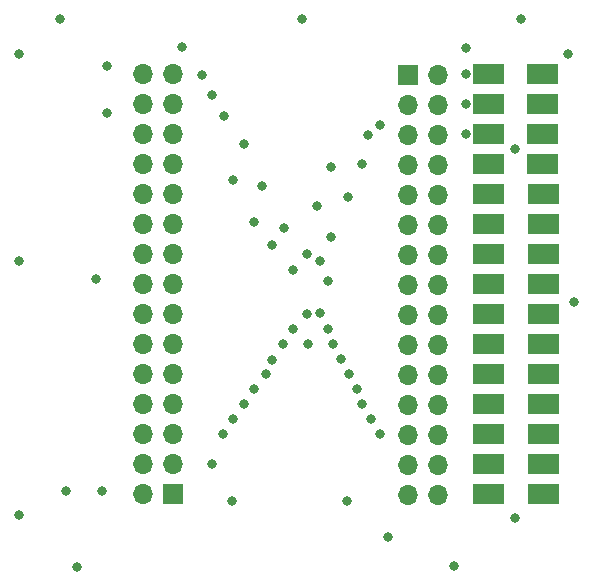
<source format=gts>
G04 #@! TF.GenerationSoftware,KiCad,Pcbnew,7.0.10*
G04 #@! TF.CreationDate,2024-03-20T06:36:53+09:00*
G04 #@! TF.ProjectId,m5stack_base,6d357374-6163-46b5-9f62-6173652e6b69,rev?*
G04 #@! TF.SameCoordinates,Original*
G04 #@! TF.FileFunction,Soldermask,Top*
G04 #@! TF.FilePolarity,Negative*
%FSLAX46Y46*%
G04 Gerber Fmt 4.6, Leading zero omitted, Abs format (unit mm)*
G04 Created by KiCad (PCBNEW 7.0.10) date 2024-03-20 06:36:53*
%MOMM*%
%LPD*%
G01*
G04 APERTURE LIST*
G04 Aperture macros list*
%AMFreePoly0*
4,1,5,1.750000,-0.850000,-0.850000,-0.850000,-0.850000,0.850000,1.750000,0.850000,1.750000,-0.850000,1.750000,-0.850000,$1*%
G04 Aperture macros list end*
%ADD10R,1.700000X1.700000*%
%ADD11O,1.700000X1.700000*%
%ADD12FreePoly0,0.000000*%
%ADD13C,0.800000*%
G04 APERTURE END LIST*
D10*
X115040000Y-92758000D03*
D11*
X112500000Y-92758000D03*
X115040000Y-90218000D03*
X112500000Y-90218000D03*
X115040000Y-87678000D03*
X112500000Y-87678000D03*
X115040000Y-85138000D03*
X112500000Y-85138000D03*
X115040000Y-82598000D03*
X112500000Y-82598000D03*
X115040000Y-80058000D03*
X112500000Y-80058000D03*
X115040000Y-77518000D03*
X112500000Y-77518000D03*
X115040000Y-74978000D03*
X112500000Y-74978000D03*
X115040000Y-72438000D03*
X112500000Y-72438000D03*
X115040000Y-69898000D03*
X112500000Y-69898000D03*
X115040000Y-67358000D03*
X112500000Y-67358000D03*
X115040000Y-64818000D03*
X112500000Y-64818000D03*
X115040000Y-62278000D03*
X112500000Y-62278000D03*
X115040000Y-59738000D03*
X112500000Y-59738000D03*
X115040000Y-57198000D03*
X112500000Y-57198000D03*
D10*
X134960000Y-57218000D03*
D11*
X137500000Y-57218000D03*
X134960000Y-59758000D03*
X137500000Y-59758000D03*
X134960000Y-62298000D03*
X137500000Y-62298000D03*
X134960000Y-64838000D03*
X137500000Y-64838000D03*
X134960000Y-67378000D03*
X137500000Y-67378000D03*
X134960000Y-69918000D03*
X137500000Y-69918000D03*
X134960000Y-72458000D03*
X137500000Y-72458000D03*
X134960000Y-74998000D03*
X137500000Y-74998000D03*
X134960000Y-77538000D03*
X137500000Y-77538000D03*
X134960000Y-80078000D03*
X137500000Y-80078000D03*
X134960000Y-82618000D03*
X137500000Y-82618000D03*
X134960000Y-85158000D03*
X137500000Y-85158000D03*
X134960000Y-87698000D03*
X137500000Y-87698000D03*
X134960000Y-90238000D03*
X137500000Y-90238000D03*
X134960000Y-92778000D03*
X137500000Y-92778000D03*
D12*
X141310000Y-57182000D03*
X141310000Y-59730000D03*
X141310000Y-62280000D03*
X141310000Y-64820000D03*
X141314000Y-67360000D03*
X141314000Y-69900000D03*
X141314000Y-72443600D03*
X141314000Y-74980000D03*
X141314000Y-77520000D03*
X141314000Y-80060000D03*
X141314000Y-82600000D03*
X141314000Y-85140000D03*
X141314000Y-87680000D03*
X141314000Y-90220000D03*
X141314000Y-92760000D03*
X145914000Y-92758000D03*
X145914000Y-90218000D03*
X145914000Y-87678000D03*
X145914000Y-85138000D03*
X145914000Y-82598000D03*
X145914000Y-80058000D03*
X145914000Y-77518000D03*
X145914000Y-74978000D03*
X145914000Y-72441600D03*
X145914000Y-69898000D03*
X145914000Y-67358000D03*
X145910000Y-64818000D03*
X145910000Y-62278000D03*
X145910000Y-59728000D03*
X145910000Y-57180000D03*
D13*
X133223000Y-96393000D03*
X115824000Y-54864000D03*
X144018000Y-94742000D03*
X117475000Y-57277000D03*
X139827000Y-57150000D03*
X129794000Y-93345000D03*
X108500000Y-74500000D03*
X138811000Y-98806000D03*
X144500000Y-52500000D03*
X148500000Y-55500000D03*
X102000000Y-73000000D03*
X102000000Y-55500000D03*
X109500000Y-56500000D03*
X102000000Y-94500000D03*
X105500000Y-52500000D03*
X139827000Y-54991000D03*
X106934000Y-98933000D03*
X149000000Y-76500000D03*
X126000000Y-52500000D03*
X109500000Y-60500000D03*
X120015000Y-93345000D03*
X106000000Y-92500000D03*
X109000000Y-92500000D03*
X126500000Y-80000000D03*
X144000000Y-63500000D03*
X118364000Y-58928000D03*
X139827000Y-59690000D03*
X118364000Y-90217998D03*
X119380000Y-60693000D03*
X119253004Y-87678000D03*
X139827000Y-62230000D03*
X121031012Y-85138000D03*
X121031000Y-63118996D03*
X120142000Y-66166998D03*
X120142000Y-86360000D03*
X122936000Y-82598000D03*
X122555000Y-66674996D03*
X121920000Y-69723000D03*
X121920000Y-83820000D03*
X124460000Y-70231000D03*
X124333000Y-80058000D03*
X123444000Y-81406998D03*
X123444000Y-71628000D03*
X126365000Y-72390000D03*
X126365000Y-77470000D03*
X125222000Y-78740000D03*
X125222000Y-73787000D03*
X127508000Y-73025000D03*
X127495000Y-77423933D03*
X128143000Y-78740000D03*
X128188000Y-74676000D03*
X128638000Y-80010000D03*
X128413989Y-70954000D03*
X127254000Y-68326000D03*
X129273000Y-81280000D03*
X129908000Y-67564000D03*
X129957025Y-82532732D03*
X130601000Y-83820000D03*
X128397000Y-65023998D03*
X131051000Y-64770002D03*
X131051000Y-85065010D03*
X131826000Y-86360000D03*
X131572000Y-62357000D03*
X132588000Y-61467998D03*
X132588000Y-87630000D03*
M02*

</source>
